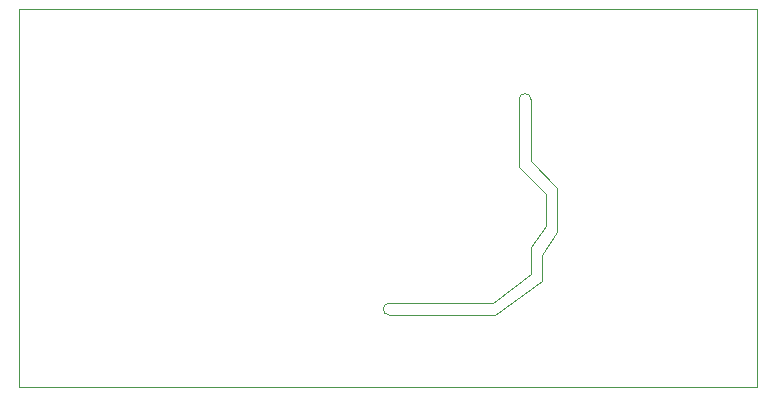
<source format=gbr>
%TF.GenerationSoftware,KiCad,Pcbnew,(5.1.12-1-g0a0a2da680)-1*%
%TF.CreationDate,2021-11-23T21:30:51+01:00*%
%TF.ProjectId,SMPS,534d5053-2e6b-4696-9361-645f70636258,rev?*%
%TF.SameCoordinates,Original*%
%TF.FileFunction,Profile,NP*%
%FSLAX46Y46*%
G04 Gerber Fmt 4.6, Leading zero omitted, Abs format (unit mm)*
G04 Created by KiCad (PCBNEW (5.1.12-1-g0a0a2da680)-1) date 2021-11-23 21:30:51*
%MOMM*%
%LPD*%
G01*
G04 APERTURE LIST*
%TA.AperFunction,Profile*%
%ADD10C,0.050000*%
%TD*%
G04 APERTURE END LIST*
D10*
X78000000Y-86000000D02*
G75*
G02*
X78000000Y-85000000I0J500000D01*
G01*
X89000000Y-67750000D02*
G75*
G02*
X90000000Y-67750000I500000J0D01*
G01*
X90900000Y-83100000D02*
X90900000Y-80900000D01*
X92250000Y-75250000D02*
X90000000Y-73000000D01*
X91250000Y-75750000D02*
X89000000Y-73500000D01*
X90900000Y-80900000D02*
X92250000Y-79000000D01*
X90000000Y-80250000D02*
X91250000Y-78500000D01*
X90900000Y-83100000D02*
X87000000Y-86000000D01*
X90000000Y-82500000D02*
X86750000Y-85000000D01*
X90000000Y-82500000D02*
X90000000Y-80250000D01*
X78000000Y-85000000D02*
X86750000Y-85000000D01*
X87000000Y-86000000D02*
X78000000Y-86000000D01*
X91250000Y-78500000D02*
X91250000Y-75750000D01*
X89000000Y-67750000D02*
X89000000Y-73500000D01*
X90000000Y-73000000D02*
X90000000Y-67750000D01*
X92250000Y-79000000D02*
X92250000Y-75250000D01*
X46640000Y-60120000D02*
X46640000Y-92115000D01*
X109140000Y-60120000D02*
X46640000Y-60120000D01*
X109140000Y-92115000D02*
X109140000Y-60120000D01*
X46640000Y-92115000D02*
X109140000Y-92115000D01*
M02*

</source>
